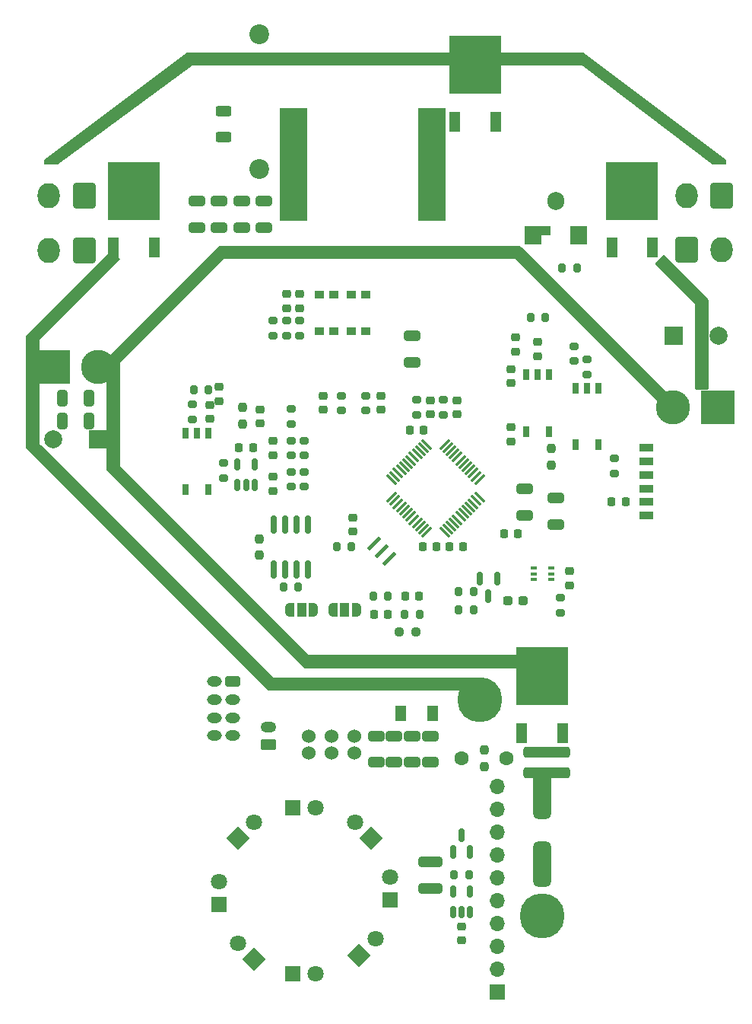
<source format=gbr>
G04 #@! TF.GenerationSoftware,KiCad,Pcbnew,(6.0.8)*
G04 #@! TF.CreationDate,2022-11-30T08:40:48+09:00*
G04 #@! TF.ProjectId,ORION_boost_v3,4f52494f-4e5f-4626-9f6f-73745f76332e,rev?*
G04 #@! TF.SameCoordinates,Original*
G04 #@! TF.FileFunction,Soldermask,Bot*
G04 #@! TF.FilePolarity,Negative*
%FSLAX46Y46*%
G04 Gerber Fmt 4.6, Leading zero omitted, Abs format (unit mm)*
G04 Created by KiCad (PCBNEW (6.0.8)) date 2022-11-30 08:40:48*
%MOMM*%
%LPD*%
G01*
G04 APERTURE LIST*
G04 Aperture macros list*
%AMRoundRect*
0 Rectangle with rounded corners*
0 $1 Rounding radius*
0 $2 $3 $4 $5 $6 $7 $8 $9 X,Y pos of 4 corners*
0 Add a 4 corners polygon primitive as box body*
4,1,4,$2,$3,$4,$5,$6,$7,$8,$9,$2,$3,0*
0 Add four circle primitives for the rounded corners*
1,1,$1+$1,$2,$3*
1,1,$1+$1,$4,$5*
1,1,$1+$1,$6,$7*
1,1,$1+$1,$8,$9*
0 Add four rect primitives between the rounded corners*
20,1,$1+$1,$2,$3,$4,$5,0*
20,1,$1+$1,$4,$5,$6,$7,0*
20,1,$1+$1,$6,$7,$8,$9,0*
20,1,$1+$1,$8,$9,$2,$3,0*%
%AMRotRect*
0 Rectangle, with rotation*
0 The origin of the aperture is its center*
0 $1 length*
0 $2 width*
0 $3 Rotation angle, in degrees counterclockwise*
0 Add horizontal line*
21,1,$1,$2,0,0,$3*%
%AMFreePoly0*
4,1,22,0.550000,-0.750000,0.000000,-0.750000,0.000000,-0.745033,-0.079941,-0.743568,-0.215256,-0.701293,-0.333266,-0.622738,-0.424486,-0.514219,-0.481581,-0.384460,-0.499164,-0.250000,-0.500000,-0.250000,-0.500000,0.250000,-0.499164,0.250000,-0.499963,0.256109,-0.478152,0.396186,-0.417904,0.524511,-0.324060,0.630769,-0.204165,0.706417,-0.067858,0.745374,0.000000,0.744959,0.000000,0.750000,
0.550000,0.750000,0.550000,-0.750000,0.550000,-0.750000,$1*%
%AMFreePoly1*
4,1,20,0.000000,0.744959,0.073905,0.744508,0.209726,0.703889,0.328688,0.626782,0.421226,0.519385,0.479903,0.390333,0.500000,0.250000,0.500000,-0.250000,0.499851,-0.262216,0.476331,-0.402017,0.414519,-0.529596,0.319384,-0.634700,0.198574,-0.708877,0.061801,-0.746166,0.000000,-0.745033,0.000000,-0.750000,-0.550000,-0.750000,-0.550000,0.750000,0.000000,0.750000,0.000000,0.744959,
0.000000,0.744959,$1*%
G04 Aperture macros list end*
%ADD10R,0.650000X0.400000*%
%ADD11RoundRect,0.250000X-0.980000X-1.150000X0.980000X-1.150000X0.980000X1.150000X-0.980000X1.150000X0*%
%ADD12O,2.460000X2.800000*%
%ADD13R,3.800000X3.800000*%
%ADD14C,3.800000*%
%ADD15C,1.524000*%
%ADD16RoundRect,0.250000X-0.575000X0.350000X-0.575000X-0.350000X0.575000X-0.350000X0.575000X0.350000X0*%
%ADD17O,1.650000X1.200000*%
%ADD18C,1.600000*%
%ADD19R,1.700000X1.700000*%
%ADD20O,1.700000X1.700000*%
%ADD21C,5.000000*%
%ADD22RoundRect,0.500000X-0.500000X2.000000X-0.500000X-2.000000X0.500000X-2.000000X0.500000X2.000000X0*%
%ADD23R,2.000000X2.000000*%
%ADD24C,2.000000*%
%ADD25RoundRect,0.250000X0.980000X1.150000X-0.980000X1.150000X-0.980000X-1.150000X0.980000X-1.150000X0*%
%ADD26RoundRect,0.225000X0.575000X-0.225000X0.575000X0.225000X-0.575000X0.225000X-0.575000X-0.225000X0*%
%ADD27RoundRect,0.250000X0.625000X-0.350000X0.625000X0.350000X-0.625000X0.350000X-0.625000X-0.350000X0*%
%ADD28O,1.750000X1.200000*%
%ADD29RoundRect,0.218750X-0.256250X0.218750X-0.256250X-0.218750X0.256250X-0.218750X0.256250X0.218750X0*%
%ADD30RoundRect,0.200000X0.200000X0.275000X-0.200000X0.275000X-0.200000X-0.275000X0.200000X-0.275000X0*%
%ADD31RotRect,1.800000X1.800000X45.000000*%
%ADD32C,1.800000*%
%ADD33RoundRect,0.250000X-0.650000X0.325000X-0.650000X-0.325000X0.650000X-0.325000X0.650000X0.325000X0*%
%ADD34RoundRect,0.200000X-0.200000X-0.275000X0.200000X-0.275000X0.200000X0.275000X-0.200000X0.275000X0*%
%ADD35RoundRect,0.250000X0.650000X-0.325000X0.650000X0.325000X-0.650000X0.325000X-0.650000X-0.325000X0*%
%ADD36R,1.200000X2.200000*%
%ADD37R,5.800000X6.400000*%
%ADD38R,1.200000X1.200000*%
%ADD39R,1.200000X1.000000*%
%ADD40FreePoly0,0.000000*%
%ADD41R,1.000000X1.500000*%
%ADD42FreePoly1,0.000000*%
%ADD43RoundRect,0.200000X-0.275000X0.200000X-0.275000X-0.200000X0.275000X-0.200000X0.275000X0.200000X0*%
%ADD44RoundRect,0.225000X-0.250000X0.225000X-0.250000X-0.225000X0.250000X-0.225000X0.250000X0.225000X0*%
%ADD45RoundRect,0.200000X0.275000X-0.200000X0.275000X0.200000X-0.275000X0.200000X-0.275000X-0.200000X0*%
%ADD46RoundRect,0.237500X-0.237500X0.250000X-0.237500X-0.250000X0.237500X-0.250000X0.237500X0.250000X0*%
%ADD47RoundRect,0.150000X0.150000X-0.512500X0.150000X0.512500X-0.150000X0.512500X-0.150000X-0.512500X0*%
%ADD48RoundRect,0.250000X-0.625000X0.312500X-0.625000X-0.312500X0.625000X-0.312500X0.625000X0.312500X0*%
%ADD49R,1.800000X1.800000*%
%ADD50RoundRect,0.218750X0.256250X-0.218750X0.256250X0.218750X-0.256250X0.218750X-0.256250X-0.218750X0*%
%ADD51RoundRect,0.225000X-0.225000X-0.250000X0.225000X-0.250000X0.225000X0.250000X-0.225000X0.250000X0*%
%ADD52RoundRect,0.237500X0.250000X0.237500X-0.250000X0.237500X-0.250000X-0.237500X0.250000X-0.237500X0*%
%ADD53RoundRect,0.225000X0.250000X-0.225000X0.250000X0.225000X-0.250000X0.225000X-0.250000X-0.225000X0*%
%ADD54RoundRect,0.075000X-0.415425X-0.521491X0.521491X0.415425X0.415425X0.521491X-0.521491X-0.415425X0*%
%ADD55RoundRect,0.075000X0.415425X-0.521491X0.521491X-0.415425X-0.415425X0.521491X-0.521491X0.415425X0*%
%ADD56RoundRect,0.225000X0.225000X0.250000X-0.225000X0.250000X-0.225000X-0.250000X0.225000X-0.250000X0*%
%ADD57RotRect,0.400000X1.900000X315.000000*%
%ADD58RoundRect,0.218750X-0.218750X-0.256250X0.218750X-0.256250X0.218750X0.256250X-0.218750X0.256250X0*%
%ADD59R,0.800000X1.200000*%
%ADD60RoundRect,0.250000X-1.075000X0.312500X-1.075000X-0.312500X1.075000X-0.312500X1.075000X0.312500X0*%
%ADD61RoundRect,0.237500X0.287500X0.237500X-0.287500X0.237500X-0.287500X-0.237500X0.287500X-0.237500X0*%
%ADD62R,1.905000X2.000000*%
%ADD63O,1.905000X2.000000*%
%ADD64R,1.000000X1.000000*%
%ADD65RoundRect,0.150000X-0.150000X0.587500X-0.150000X-0.587500X0.150000X-0.587500X0.150000X0.587500X0*%
%ADD66R,1.000000X0.900000*%
%ADD67RoundRect,0.250000X0.325000X0.650000X-0.325000X0.650000X-0.325000X-0.650000X0.325000X-0.650000X0*%
%ADD68C,2.200000*%
%ADD69R,3.150000X12.500000*%
%ADD70RotRect,1.800000X1.800000X135.000000*%
%ADD71RoundRect,0.250000X2.350000X-0.325000X2.350000X0.325000X-2.350000X0.325000X-2.350000X-0.325000X0*%
%ADD72RoundRect,0.237500X0.237500X-0.250000X0.237500X0.250000X-0.237500X0.250000X-0.237500X-0.250000X0*%
%ADD73FreePoly0,180.000000*%
%ADD74FreePoly1,180.000000*%
%ADD75RoundRect,0.150000X-0.150000X0.825000X-0.150000X-0.825000X0.150000X-0.825000X0.150000X0.825000X0*%
%ADD76R,1.300000X1.700000*%
%ADD77RoundRect,0.150000X0.150000X-0.587500X0.150000X0.587500X-0.150000X0.587500X-0.150000X-0.587500X0*%
G04 APERTURE END LIST*
D10*
X143450000Y-110350000D03*
X143450000Y-111000000D03*
X143450000Y-111650000D03*
X141550000Y-111650000D03*
X141550000Y-111000000D03*
X141550000Y-110350000D03*
D11*
X158520000Y-74950000D03*
D12*
X162480000Y-74950000D03*
D13*
X88000000Y-88000000D03*
D14*
X93000000Y-88000000D03*
D15*
X121540000Y-130951000D03*
X119000000Y-130951000D03*
X116460000Y-130951000D03*
D16*
X108000000Y-123000000D03*
D17*
X106000000Y-123000000D03*
X108000000Y-125000000D03*
X106000000Y-125000000D03*
X108000000Y-127000000D03*
X106000000Y-127000000D03*
X108000000Y-129000000D03*
X106000000Y-129000000D03*
D18*
X133500000Y-131500000D03*
X138500000Y-131500000D03*
D19*
X137500000Y-157500000D03*
D20*
X137500000Y-154960000D03*
X137500000Y-152420000D03*
X137500000Y-149880000D03*
X137500000Y-147340000D03*
X137500000Y-144800000D03*
X137500000Y-142260000D03*
X137500000Y-139720000D03*
X137500000Y-137180000D03*
X137500000Y-134640000D03*
D21*
X142500000Y-149000000D03*
D13*
X162000000Y-92500000D03*
D14*
X157000000Y-92500000D03*
D22*
X142500000Y-135750000D03*
X142500000Y-143250000D03*
D21*
X135500000Y-125000000D03*
D23*
X157132323Y-84500000D03*
D24*
X162132323Y-84500000D03*
D25*
X91480000Y-75050000D03*
D12*
X87520000Y-75050000D03*
D23*
X93000000Y-96000000D03*
D24*
X88000000Y-96000000D03*
D26*
X154050000Y-104500000D03*
X154050000Y-103000000D03*
X154050000Y-101500000D03*
X154050000Y-100000000D03*
X154050000Y-98500000D03*
X154050000Y-97000000D03*
D15*
X116460000Y-129049000D03*
X119000000Y-129049000D03*
X121540000Y-129049000D03*
D27*
X111950000Y-130000000D03*
D28*
X111950000Y-128000000D03*
D29*
X111100000Y-92712500D03*
X111100000Y-94287500D03*
D30*
X128825000Y-115500000D03*
X127175000Y-115500000D03*
D31*
X108598439Y-140401561D03*
D32*
X110394490Y-138605510D03*
D33*
X109000000Y-69525000D03*
X109000000Y-72475000D03*
D25*
X91480000Y-68950000D03*
D12*
X87520000Y-68950000D03*
D34*
X141175000Y-82500000D03*
X142825000Y-82500000D03*
D35*
X128000000Y-87450000D03*
X128000000Y-84500000D03*
D36*
X154780000Y-74700000D03*
D37*
X152500000Y-68400000D03*
D38*
X150220000Y-75200000D03*
D39*
X150220000Y-74106800D03*
D40*
X114400000Y-115000000D03*
D41*
X115700000Y-115000000D03*
D42*
X117000000Y-115000000D03*
D43*
X115500000Y-82850000D03*
X115500000Y-84500000D03*
D44*
X145500000Y-110725000D03*
X145500000Y-112275000D03*
D45*
X131500000Y-93325000D03*
X131500000Y-91675000D03*
D46*
X143500000Y-97087500D03*
X143500000Y-98912500D03*
D47*
X110450000Y-101137500D03*
X109500000Y-101137500D03*
X108550000Y-101137500D03*
X108550000Y-98862500D03*
X110450000Y-98862500D03*
D48*
X107000000Y-59537500D03*
X107000000Y-62462500D03*
D43*
X114000000Y-82850000D03*
X114000000Y-84500000D03*
X114510000Y-96175000D03*
X114510000Y-97825000D03*
D49*
X106500000Y-147775000D03*
D32*
X106500000Y-145235000D03*
D35*
X126000000Y-131975000D03*
X126000000Y-129025000D03*
D44*
X139000000Y-94725000D03*
X139000000Y-96275000D03*
D43*
X146000000Y-85675000D03*
X146000000Y-87325000D03*
D35*
X130000000Y-131975000D03*
X130000000Y-129025000D03*
D50*
X112500000Y-97787500D03*
X112500000Y-96212500D03*
D45*
X107000000Y-100325000D03*
X107000000Y-98675000D03*
D44*
X130000000Y-91725000D03*
X130000000Y-93275000D03*
X139000000Y-88225000D03*
X139000000Y-89775000D03*
D30*
X125325000Y-113500000D03*
X123675000Y-113500000D03*
D51*
X127725000Y-95000000D03*
X129275000Y-95000000D03*
D52*
X128412500Y-117500000D03*
X126587500Y-117500000D03*
D36*
X99280000Y-74700000D03*
D37*
X97000000Y-68400000D03*
D38*
X94720000Y-75200000D03*
D39*
X94720000Y-74106800D03*
D30*
X134825000Y-115000000D03*
X133175000Y-115000000D03*
D31*
X122098439Y-153401561D03*
D32*
X123894490Y-151605510D03*
D43*
X112500000Y-82850000D03*
X112500000Y-84500000D03*
X116000000Y-99675000D03*
X116000000Y-101325000D03*
D51*
X123725000Y-115500000D03*
X125275000Y-115500000D03*
D53*
X139500000Y-86275000D03*
X139500000Y-84725000D03*
D54*
X129606212Y-106387876D03*
X129252658Y-106034322D03*
X128899105Y-105680769D03*
X128545551Y-105327215D03*
X128191998Y-104973662D03*
X127838445Y-104620109D03*
X127484891Y-104266555D03*
X127131338Y-103913002D03*
X126777785Y-103559449D03*
X126424231Y-103205895D03*
X126070678Y-102852342D03*
X125717124Y-102498788D03*
D55*
X125717124Y-100501212D03*
X126070678Y-100147658D03*
X126424231Y-99794105D03*
X126777785Y-99440551D03*
X127131338Y-99086998D03*
X127484891Y-98733445D03*
X127838445Y-98379891D03*
X128191998Y-98026338D03*
X128545551Y-97672785D03*
X128899105Y-97319231D03*
X129252658Y-96965678D03*
X129606212Y-96612124D03*
D54*
X131603788Y-96612124D03*
X131957342Y-96965678D03*
X132310895Y-97319231D03*
X132664449Y-97672785D03*
X133018002Y-98026338D03*
X133371555Y-98379891D03*
X133725109Y-98733445D03*
X134078662Y-99086998D03*
X134432215Y-99440551D03*
X134785769Y-99794105D03*
X135139322Y-100147658D03*
X135492876Y-100501212D03*
D55*
X135492876Y-102498788D03*
X135139322Y-102852342D03*
X134785769Y-103205895D03*
X134432215Y-103559449D03*
X134078662Y-103913002D03*
X133725109Y-104266555D03*
X133371555Y-104620109D03*
X133018002Y-104973662D03*
X132664449Y-105327215D03*
X132310895Y-105680769D03*
X131957342Y-106034322D03*
X131603788Y-106387876D03*
D56*
X130705000Y-108000000D03*
X129155000Y-108000000D03*
D57*
X123756472Y-107651472D03*
X124605000Y-108500000D03*
X125453528Y-109348528D03*
D47*
X134450000Y-148637500D03*
X133500000Y-148637500D03*
X132550000Y-148637500D03*
X132550000Y-146362500D03*
X134450000Y-146362500D03*
D58*
X150212500Y-103000000D03*
X151787500Y-103000000D03*
D35*
X140500000Y-104475000D03*
X140500000Y-101525000D03*
D59*
X105270000Y-101650000D03*
X102730000Y-101650000D03*
X102730000Y-95350000D03*
X104000000Y-95350000D03*
X105270000Y-95350000D03*
D43*
X114500000Y-99675000D03*
X114500000Y-101325000D03*
D60*
X130000000Y-143037500D03*
X130000000Y-145962500D03*
D53*
X118125000Y-92775000D03*
X118125000Y-91225000D03*
D30*
X134325000Y-144500000D03*
X132675000Y-144500000D03*
D35*
X144000000Y-105500000D03*
X144000000Y-102550000D03*
D30*
X105325000Y-90500000D03*
X103675000Y-90500000D03*
D61*
X140375000Y-114000000D03*
X138625000Y-114000000D03*
D44*
X133000000Y-91725000D03*
X133000000Y-93275000D03*
D62*
X146540000Y-73310000D03*
D63*
X144000000Y-69500000D03*
D62*
X141460000Y-73310000D03*
D64*
X142882400Y-72802000D03*
D65*
X135550000Y-111562500D03*
X137450000Y-111562500D03*
X136500000Y-113437500D03*
D49*
X114725000Y-137000000D03*
D32*
X117265000Y-137000000D03*
D45*
X128500000Y-93325000D03*
X128500000Y-91675000D03*
D34*
X119605000Y-108000000D03*
X121255000Y-108000000D03*
D56*
X139775000Y-106500000D03*
X138225000Y-106500000D03*
X133705000Y-108000000D03*
X132155000Y-108000000D03*
D43*
X115980000Y-96185000D03*
X115980000Y-97835000D03*
D46*
X109100000Y-92500000D03*
X109100000Y-94325000D03*
D44*
X106500000Y-90225000D03*
X106500000Y-91775000D03*
X124500000Y-91225000D03*
X124500000Y-92775000D03*
D46*
X111000000Y-107087500D03*
X111000000Y-108912500D03*
D59*
X148770000Y-96650000D03*
X146230000Y-96650000D03*
X146230000Y-90350000D03*
X147500000Y-90350000D03*
X148770000Y-90350000D03*
D66*
X119300000Y-79950000D03*
X119300000Y-84050000D03*
X117700000Y-79950000D03*
X117700000Y-84050000D03*
D49*
X125500000Y-147275000D03*
D32*
X125500000Y-144735000D03*
D35*
X128000000Y-131975000D03*
X128000000Y-129025000D03*
D30*
X146325000Y-77000000D03*
X144675000Y-77000000D03*
D29*
X115500000Y-79887500D03*
X115500000Y-81462500D03*
D67*
X91975000Y-94000000D03*
X89025000Y-94000000D03*
D68*
X111000000Y-51000000D03*
X111000000Y-66000000D03*
D25*
X162480000Y-68950000D03*
D12*
X158520000Y-68950000D03*
D43*
X120125000Y-91175000D03*
X120125000Y-92825000D03*
D69*
X114825000Y-65500000D03*
X130175000Y-65500000D03*
D53*
X121430000Y-106275000D03*
X121430000Y-104725000D03*
D29*
X114000000Y-79887500D03*
X114000000Y-81462500D03*
D70*
X123401561Y-140401561D03*
D32*
X121605510Y-138605510D03*
D36*
X144780000Y-128700000D03*
D37*
X142500000Y-122400000D03*
D36*
X140220000Y-128700000D03*
D58*
X108712500Y-97000000D03*
X110287500Y-97000000D03*
D53*
X112500000Y-101775000D03*
X112500000Y-100225000D03*
D37*
X135000000Y-54400000D03*
D36*
X137280000Y-60700000D03*
X132720000Y-60700000D03*
D43*
X114500000Y-92675000D03*
X114500000Y-94325000D03*
D71*
X143000000Y-133125000D03*
X143000000Y-130875000D03*
D44*
X105500000Y-92225000D03*
X105500000Y-93775000D03*
D33*
X106500000Y-69525000D03*
X106500000Y-72475000D03*
D59*
X143270000Y-95150000D03*
X140730000Y-95150000D03*
X140730000Y-88850000D03*
X142000000Y-88850000D03*
X143270000Y-88850000D03*
D58*
X127212500Y-113500000D03*
X128787500Y-113500000D03*
D72*
X136000000Y-132412500D03*
X136000000Y-130587500D03*
D53*
X142000000Y-86775000D03*
X142000000Y-85225000D03*
D33*
X104000000Y-69525000D03*
X104000000Y-72475000D03*
D35*
X124000000Y-131975000D03*
X124000000Y-129025000D03*
D45*
X103500000Y-93825000D03*
X103500000Y-92175000D03*
D44*
X133500000Y-150225000D03*
X133500000Y-151775000D03*
D73*
X121800000Y-115000000D03*
D41*
X120500000Y-115000000D03*
D74*
X119200000Y-115000000D03*
D70*
X110401561Y-153901561D03*
D32*
X108605510Y-152105510D03*
D67*
X91975000Y-91500000D03*
X89025000Y-91500000D03*
D66*
X122800000Y-79950000D03*
X122800000Y-84050000D03*
X121200000Y-84050000D03*
X121200000Y-79950000D03*
D45*
X144500000Y-115325000D03*
X144500000Y-113675000D03*
D34*
X133175000Y-113000000D03*
X134825000Y-113000000D03*
D75*
X112595000Y-105525000D03*
X113865000Y-105525000D03*
X115135000Y-105525000D03*
X116405000Y-105525000D03*
X116405000Y-110475000D03*
X115135000Y-110475000D03*
X113865000Y-110475000D03*
X112595000Y-110475000D03*
D76*
X126750000Y-126500000D03*
X130250000Y-126500000D03*
D45*
X147500000Y-88825000D03*
X147500000Y-87175000D03*
D43*
X150500000Y-98175000D03*
X150500000Y-99825000D03*
D30*
X115325000Y-112500000D03*
X113675000Y-112500000D03*
D77*
X134450000Y-141937500D03*
X132550000Y-141937500D03*
X133500000Y-140062500D03*
D49*
X114725000Y-155500000D03*
D32*
X117265000Y-155500000D03*
D45*
X122787142Y-92825000D03*
X122787142Y-91175000D03*
D33*
X111500000Y-69525000D03*
X111500000Y-72475000D03*
G36*
X140015931Y-74520002D02*
G01*
X140036905Y-74536905D01*
X156410905Y-90910905D01*
X156444931Y-90973217D01*
X156439866Y-91044032D01*
X156410905Y-91089095D01*
X155589095Y-91910905D01*
X155526783Y-91944931D01*
X155455968Y-91939866D01*
X155410905Y-91910905D01*
X139512812Y-76012812D01*
X139489350Y-76000000D01*
X107018115Y-76000000D01*
X106992470Y-76007530D01*
X95512812Y-87487188D01*
X95500000Y-87510650D01*
X95500000Y-98981885D01*
X95507530Y-99007530D01*
X116487188Y-119987188D01*
X116510650Y-120000000D01*
X139874000Y-120000000D01*
X139942121Y-120020002D01*
X139988614Y-120073658D01*
X140000000Y-120126000D01*
X140000000Y-121374000D01*
X139979998Y-121442121D01*
X139926342Y-121488614D01*
X139874000Y-121500000D01*
X116052190Y-121500000D01*
X115984069Y-121479998D01*
X115963095Y-121463095D01*
X94036905Y-99536905D01*
X94002879Y-99474593D01*
X94000000Y-99447810D01*
X94000000Y-87052190D01*
X94020002Y-86984069D01*
X94036905Y-86963095D01*
X106463095Y-74536905D01*
X106525407Y-74502879D01*
X106552190Y-74500000D01*
X139947810Y-74500000D01*
X140015931Y-74520002D01*
G37*
G36*
X94544032Y-75060134D02*
G01*
X94589095Y-75089095D01*
X95410905Y-75910905D01*
X95444931Y-75973217D01*
X95439866Y-76044032D01*
X95410905Y-76089095D01*
X86512812Y-84987188D01*
X86500000Y-85010650D01*
X86500000Y-96481885D01*
X86507530Y-96507530D01*
X112487188Y-122487188D01*
X112510650Y-122500000D01*
X135374000Y-122500000D01*
X135442121Y-122520002D01*
X135488614Y-122573658D01*
X135500000Y-122626000D01*
X135500000Y-123874000D01*
X135479998Y-123942121D01*
X135426342Y-123988614D01*
X135374000Y-124000000D01*
X112052190Y-124000000D01*
X111984069Y-123979998D01*
X111963095Y-123963095D01*
X85036905Y-97036905D01*
X85002879Y-96974593D01*
X85000000Y-96947810D01*
X85000000Y-84552190D01*
X85020002Y-84484069D01*
X85036905Y-84463095D01*
X94410905Y-75089095D01*
X94473217Y-75055069D01*
X94544032Y-75060134D01*
G37*
G36*
X156044032Y-75560134D02*
G01*
X156089095Y-75589095D01*
X160963095Y-80463095D01*
X160997121Y-80525407D01*
X161000000Y-80552190D01*
X161000000Y-90374000D01*
X160979998Y-90442121D01*
X160926342Y-90488614D01*
X160874000Y-90500000D01*
X159626000Y-90500000D01*
X159557879Y-90479998D01*
X159511386Y-90426342D01*
X159500000Y-90374000D01*
X159500000Y-81018115D01*
X159492470Y-80992470D01*
X155089095Y-76589095D01*
X155055069Y-76526783D01*
X155060134Y-76455968D01*
X155089095Y-76410905D01*
X155910905Y-75589095D01*
X155973217Y-75555069D01*
X156044032Y-75560134D01*
G37*
G36*
X147026121Y-53020002D02*
G01*
X147033600Y-53025200D01*
X162949600Y-64962200D01*
X162992095Y-65019074D01*
X163000000Y-65063000D01*
X163000000Y-65374000D01*
X162979998Y-65442121D01*
X162926342Y-65488614D01*
X162874000Y-65500000D01*
X161542385Y-65500000D01*
X161474264Y-65479998D01*
X161466232Y-65474383D01*
X147014431Y-54510948D01*
X146985643Y-54500000D01*
X103518115Y-54500000D01*
X103487903Y-54508871D01*
X88533263Y-65475607D01*
X88466501Y-65499761D01*
X88458751Y-65500000D01*
X87126000Y-65500000D01*
X87057879Y-65479998D01*
X87011386Y-65426342D01*
X87000000Y-65374000D01*
X87000000Y-65063000D01*
X87020002Y-64994879D01*
X87050400Y-64962200D01*
X102966400Y-53025200D01*
X103032898Y-53000329D01*
X103042000Y-53000000D01*
X146958000Y-53000000D01*
X147026121Y-53020002D01*
G37*
M02*

</source>
